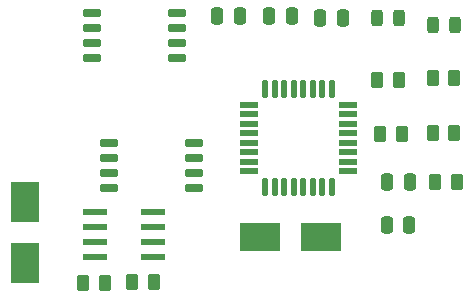
<source format=gtp>
%TF.GenerationSoftware,KiCad,Pcbnew,7.99.0-4047-gfc85112a72*%
%TF.CreationDate,2024-01-03T20:56:00+03:00*%
%TF.ProjectId,Prj 3 MCU DataLogger,50726a20-3320-44d4-9355-20446174614c,Version-1*%
%TF.SameCoordinates,Original*%
%TF.FileFunction,Paste,Top*%
%TF.FilePolarity,Positive*%
%FSLAX46Y46*%
G04 Gerber Fmt 4.6, Leading zero omitted, Abs format (unit mm)*
G04 Created by KiCad (PCBNEW 7.99.0-4047-gfc85112a72) date 2024-01-03 20:56:00*
%MOMM*%
%LPD*%
G01*
G04 APERTURE LIST*
G04 Aperture macros list*
%AMRoundRect*
0 Rectangle with rounded corners*
0 $1 Rounding radius*
0 $2 $3 $4 $5 $6 $7 $8 $9 X,Y pos of 4 corners*
0 Add a 4 corners polygon primitive as box body*
4,1,4,$2,$3,$4,$5,$6,$7,$8,$9,$2,$3,0*
0 Add four circle primitives for the rounded corners*
1,1,$1+$1,$2,$3*
1,1,$1+$1,$4,$5*
1,1,$1+$1,$6,$7*
1,1,$1+$1,$8,$9*
0 Add four rect primitives between the rounded corners*
20,1,$1+$1,$2,$3,$4,$5,0*
20,1,$1+$1,$4,$5,$6,$7,0*
20,1,$1+$1,$6,$7,$8,$9,0*
20,1,$1+$1,$8,$9,$2,$3,0*%
G04 Aperture macros list end*
%ADD10RoundRect,0.243750X-0.243750X-0.456250X0.243750X-0.456250X0.243750X0.456250X-0.243750X0.456250X0*%
%ADD11RoundRect,0.250000X-0.262500X-0.450000X0.262500X-0.450000X0.262500X0.450000X-0.262500X0.450000X0*%
%ADD12RoundRect,0.250000X0.250000X0.475000X-0.250000X0.475000X-0.250000X-0.475000X0.250000X-0.475000X0*%
%ADD13RoundRect,0.250000X-0.250000X-0.475000X0.250000X-0.475000X0.250000X0.475000X-0.250000X0.475000X0*%
%ADD14RoundRect,0.038500X-0.696500X-0.236500X0.696500X-0.236500X0.696500X0.236500X-0.696500X0.236500X0*%
%ADD15RoundRect,0.099000X-0.176000X-0.636000X0.176000X-0.636000X0.176000X0.636000X-0.176000X0.636000X0*%
%ADD16R,3.500000X2.400000*%
%ADD17R,2.400000X3.500000*%
%ADD18RoundRect,0.150000X-0.650000X-0.150000X0.650000X-0.150000X0.650000X0.150000X-0.650000X0.150000X0*%
%ADD19RoundRect,0.250000X0.262500X0.450000X-0.262500X0.450000X-0.262500X-0.450000X0.262500X-0.450000X0*%
%ADD20RoundRect,0.041300X-0.943700X-0.253700X0.943700X-0.253700X0.943700X0.253700X-0.943700X0.253700X0*%
G04 APERTURE END LIST*
D10*
%TO.C,D2*%
X120639200Y-73202800D03*
X122514200Y-73202800D03*
%TD*%
D11*
%TO.C,R6*%
X120675000Y-78460600D03*
X122500000Y-78460600D03*
%TD*%
D12*
%TO.C,C2*%
X117739200Y-73177400D03*
X115839200Y-73177400D03*
%TD*%
D13*
%TO.C,C1*%
X107127000Y-73025000D03*
X109027000Y-73025000D03*
%TD*%
D11*
%TO.C,R7*%
X125374000Y-78308200D03*
X127199000Y-78308200D03*
%TD*%
D10*
%TO.C,D1*%
X125389000Y-73761600D03*
X127264000Y-73761600D03*
%TD*%
D14*
%TO.C,U4*%
X109831400Y-80567200D03*
X109831400Y-81367200D03*
X109831400Y-82167200D03*
X109831400Y-82967200D03*
X109831400Y-83767200D03*
X109831400Y-84567200D03*
X109831400Y-85367200D03*
X109831400Y-86167200D03*
D15*
X111201400Y-87537200D03*
X112001400Y-87537200D03*
X112801400Y-87537200D03*
X113601400Y-87537200D03*
X114401400Y-87537200D03*
X115201400Y-87537200D03*
X116001400Y-87537200D03*
X116801400Y-87537200D03*
D14*
X118171400Y-86167200D03*
X118171400Y-85367200D03*
X118171400Y-84567200D03*
X118171400Y-83767200D03*
X118171400Y-82967200D03*
X118171400Y-82167200D03*
X118171400Y-81367200D03*
X118171400Y-80567200D03*
D15*
X116801400Y-79197200D03*
X116001400Y-79197200D03*
X115201400Y-79197200D03*
X114401400Y-79197200D03*
X113601400Y-79197200D03*
X112801400Y-79197200D03*
X112001400Y-79197200D03*
X111201400Y-79197200D03*
%TD*%
D16*
%TO.C,Y1*%
X115909400Y-91744800D03*
X110709400Y-91744800D03*
%TD*%
D13*
%TO.C,C4*%
X121478000Y-90728800D03*
X123378000Y-90728800D03*
%TD*%
D11*
%TO.C,R4*%
X125579500Y-87045800D03*
X127404500Y-87045800D03*
%TD*%
%TO.C,R2*%
X99898200Y-95554800D03*
X101723200Y-95554800D03*
%TD*%
D12*
%TO.C,C5*%
X113421200Y-73025000D03*
X111521200Y-73025000D03*
%TD*%
D17*
%TO.C,Y2*%
X90881200Y-93938400D03*
X90881200Y-88738400D03*
%TD*%
D18*
%TO.C,U1*%
X97949200Y-83820000D03*
X97949200Y-85090000D03*
X97949200Y-86360000D03*
X97949200Y-87630000D03*
X105149200Y-87630000D03*
X105149200Y-86360000D03*
X105149200Y-85090000D03*
X105149200Y-83820000D03*
%TD*%
D19*
%TO.C,R3*%
X122730900Y-83007200D03*
X120905900Y-83007200D03*
%TD*%
D11*
%TO.C,R5*%
X125350900Y-82931000D03*
X127175900Y-82931000D03*
%TD*%
D19*
%TO.C,R1*%
X97610300Y-95605600D03*
X95785300Y-95605600D03*
%TD*%
D20*
%TO.C,U3*%
X96760600Y-89611200D03*
X96760600Y-90881200D03*
X96760600Y-92151200D03*
X96760600Y-93421200D03*
X101710600Y-93421200D03*
X101710600Y-92151200D03*
X101710600Y-90881200D03*
X101710600Y-89611200D03*
%TD*%
D18*
%TO.C,U2*%
X96476000Y-72745600D03*
X96476000Y-74015600D03*
X96476000Y-75285600D03*
X96476000Y-76555600D03*
X103676000Y-76555600D03*
X103676000Y-75285600D03*
X103676000Y-74015600D03*
X103676000Y-72745600D03*
%TD*%
D12*
%TO.C,C3*%
X123403400Y-87071200D03*
X121503400Y-87071200D03*
%TD*%
M02*

</source>
